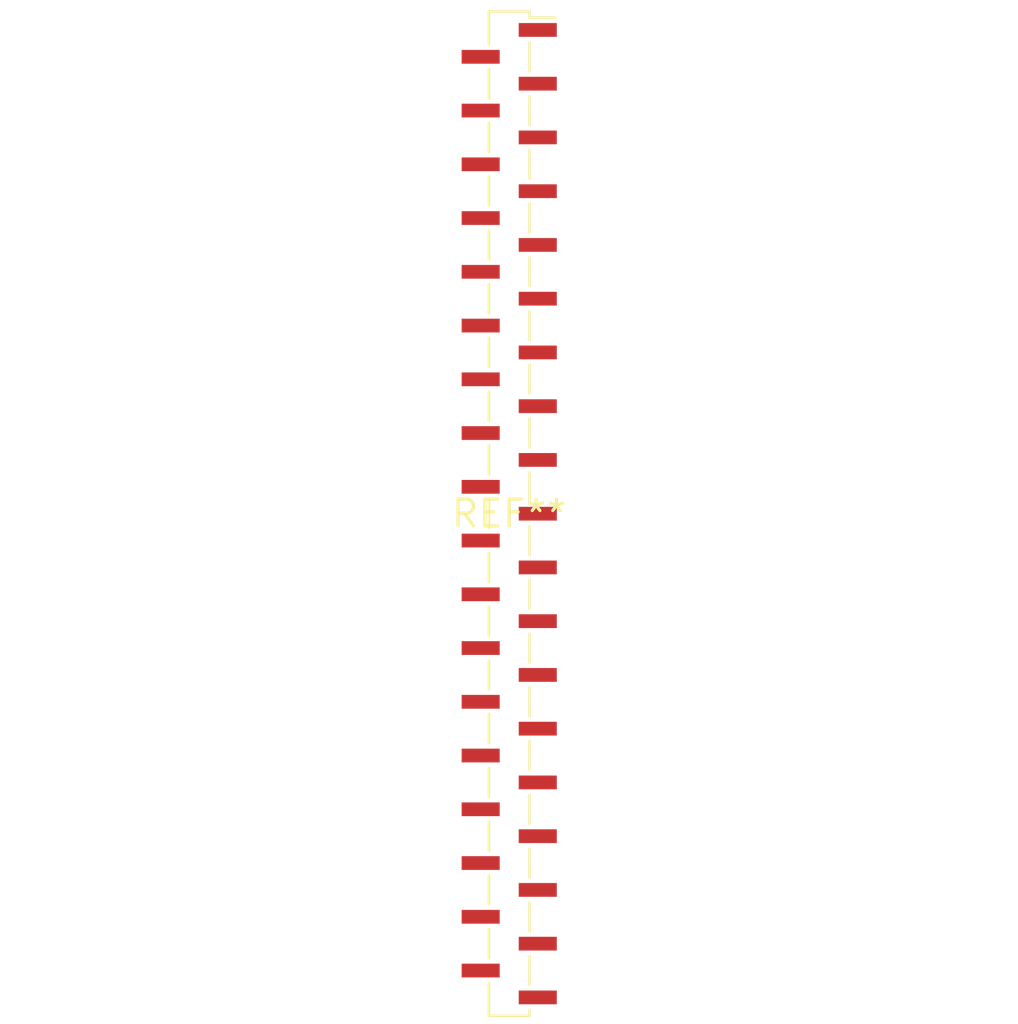
<source format=kicad_pcb>
(kicad_pcb (version 20240108) (generator pcbnew)
  (layers (0 "F.Cu" signal) (31 "B.Cu" signal) (34 "B.Paste" user) (35 "F.Paste" user) (36 "B.SilkS" user "B.Silkscreen") (37 "F.SilkS" user "F.Silkscreen") (38 "B.Mask" user) (39 "F.Mask" user) (44 "Edge.Cuts" user))
  (net 0 "")
  (footprint "PinSocket_1x37_P1.27mm_Vertical_SMD_Pin1Right" (layer "F.Cu") (at 0 0)
    (property "Reference" "REF**")
    (property "Value" "PinSocket_1x37_P1.27mm_Vertical_SMD_Pin1Right")
    (fp_line (start -0.96 -23.73) (end -0.96 -22.175) (layer "F.SilkS") (stroke (width 0.12)))
    (fp_line (start -0.96 -23.73) (end 0.96 -23.73) (layer "F.SilkS") (stroke (width 0.12)))
    (fp_line (start -0.96 -21.005) (end -0.96 -19.635) (layer "F.SilkS") (stroke (width 0.12)))
    (fp_line (start -0.96 -18.465) (end -0.96 -17.095) (layer "F.SilkS") (stroke (width 0.12)))
    (fp_line (start -0.96 -15.925) (end -0.96 -14.555) (layer "F.SilkS") (stroke (width 0.12)))
    (fp_line (start -0.96 -13.385) (end -0.96 -12.015) (layer "F.SilkS") (stroke (width 0.12)))
    (fp_line (start -0.96 -10.845) (end -0.96 -9.475) (layer "F.SilkS") (stroke (width 0.12)))
    (fp_line (start -0.96 -8.305) (end -0.96 -6.935) (layer "F.SilkS") (stroke (width 0.12)))
    (fp_line (start -0.96 -5.765) (end -0.96 -4.395) (layer "F.SilkS") (stroke (width 0.12)))
    (fp_line (start -0.96 -3.225) (end -0.96 -1.855) (layer "F.SilkS") (stroke (width 0.12)))
    (fp_line (start -0.96 -0.685) (end -0.96 0.685) (layer "F.SilkS") (stroke (width 0.12)))
    (fp_line (start -0.96 1.855) (end -0.96 3.225) (layer "F.SilkS") (stroke (width 0.12)))
    (fp_line (start -0.96 4.395) (end -0.96 5.765) (layer "F.SilkS") (stroke (width 0.12)))
    (fp_line (start -0.96 6.935) (end -0.96 8.305) (layer "F.SilkS") (stroke (width 0.12)))
    (fp_line (start -0.96 9.475) (end -0.96 10.845) (layer "F.SilkS") (stroke (width 0.12)))
    (fp_line (start -0.96 12.015) (end -0.96 13.385) (layer "F.SilkS") (stroke (width 0.12)))
    (fp_line (start -0.96 14.555) (end -0.96 15.925) (layer "F.SilkS") (stroke (width 0.12)))
    (fp_line (start -0.96 17.095) (end -0.96 18.465) (layer "F.SilkS") (stroke (width 0.12)))
    (fp_line (start -0.96 19.635) (end -0.96 21.005) (layer "F.SilkS") (stroke (width 0.12)))
    (fp_line (start -0.96 22.175) (end -0.96 23.73) (layer "F.SilkS") (stroke (width 0.12)))
    (fp_line (start -0.96 23.73) (end 0.96 23.73) (layer "F.SilkS") (stroke (width 0.12)))
    (fp_line (start 0.96 -23.73) (end 0.96 -23.445) (layer "F.SilkS") (stroke (width 0.12)))
    (fp_line (start 0.96 -23.445) (end 2.19 -23.445) (layer "F.SilkS") (stroke (width 0.12)))
    (fp_line (start 0.96 -22.275) (end 0.96 -20.905) (layer "F.SilkS") (stroke (width 0.12)))
    (fp_line (start 0.96 -19.735) (end 0.96 -18.365) (layer "F.SilkS") (stroke (width 0.12)))
    (fp_line (start 0.96 -17.195) (end 0.96 -15.825) (layer "F.SilkS") (stroke (width 0.12)))
    (fp_line (start 0.96 -14.655) (end 0.96 -13.285) (layer "F.SilkS") (stroke (width 0.12)))
    (fp_line (start 0.96 -12.115) (end 0.96 -10.745) (layer "F.SilkS") (stroke (width 0.12)))
    (fp_line (start 0.96 -9.575) (end 0.96 -8.205) (layer "F.SilkS") (stroke (width 0.12)))
    (fp_line (start 0.96 -7.035) (end 0.96 -5.665) (layer "F.SilkS") (stroke (width 0.12)))
    (fp_line (start 0.96 -4.495) (end 0.96 -3.125) (layer "F.SilkS") (stroke (width 0.12)))
    (fp_line (start 0.96 -1.955) (end 0.96 -0.585) (layer "F.SilkS") (stroke (width 0.12)))
    (fp_line (start 0.96 0.585) (end 0.96 1.955) (layer "F.SilkS") (stroke (width 0.12)))
    (fp_line (start 0.96 3.125) (end 0.96 4.495) (layer "F.SilkS") (stroke (width 0.12)))
    (fp_line (start 0.96 5.665) (end 0.96 7.035) (layer "F.SilkS") (stroke (width 0.12)))
    (fp_line (start 0.96 8.205) (end 0.96 9.575) (layer "F.SilkS") (stroke (width 0.12)))
    (fp_line (start 0.96 10.745) (end 0.96 12.115) (layer "F.SilkS") (stroke (width 0.12)))
    (fp_line (start 0.96 13.285) (end 0.96 14.655) (layer "F.SilkS") (stroke (width 0.12)))
    (fp_line (start 0.96 15.825) (end 0.96 17.195) (layer "F.SilkS") (stroke (width 0.12)))
    (fp_line (start 0.96 18.365) (end 0.96 19.735) (layer "F.SilkS") (stroke (width 0.12)))
    (fp_line (start 0.96 20.905) (end 0.96 22.275) (layer "F.SilkS") (stroke (width 0.12)))
    (fp_line (start 0.96 23.445) (end 0.96 23.73) (layer "F.SilkS") (stroke (width 0.12)))
    (pad "1" smd rect (at 1.35 -22.86) (size 1.8 0.65) (layers "F.Cu" "F.Paste" "F.Mask"))
    (pad "2" smd rect (at -1.35 -21.59) (size 1.8 0.65) (layers "F.Cu" "F.Paste" "F.Mask"))
    (pad "3" smd rect (at 1.35 -20.32) (size 1.8 0.65) (layers "F.Cu" "F.Paste" "F.Mask"))
    (pad "4" smd rect (at -1.35 -19.05) (size 1.8 0.65) (layers "F.Cu" "F.Paste" "F.Mask"))
    (pad "5" smd rect (at 1.35 -17.78) (size 1.8 0.65) (layers "F.Cu" "F.Paste" "F.Mask"))
    (pad "6" smd rect (at -1.35 -16.51) (size 1.8 0.65) (layers "F.Cu" "F.Paste" "F.Mask"))
    (pad "7" smd rect (at 1.35 -15.24) (size 1.8 0.65) (layers "F.Cu" "F.Paste" "F.Mask"))
    (pad "8" smd rect (at -1.35 -13.97) (size 1.8 0.65) (layers "F.Cu" "F.Paste" "F.Mask"))
    (pad "9" smd rect (at 1.35 -12.7) (size 1.8 0.65) (layers "F.Cu" "F.Paste" "F.Mask"))
    (pad "10" smd rect (at -1.35 -11.43) (size 1.8 0.65) (layers "F.Cu" "F.Paste" "F.Mask"))
    (pad "11" smd rect (at 1.35 -10.16) (size 1.8 0.65) (layers "F.Cu" "F.Paste" "F.Mask"))
    (pad "12" smd rect (at -1.35 -8.89) (size 1.8 0.65) (layers "F.Cu" "F.Paste" "F.Mask"))
    (pad "13" smd rect (at 1.35 -7.62) (size 1.8 0.65) (layers "F.Cu" "F.Paste" "F.Mask"))
    (pad "14" smd rect (at -1.35 -6.35) (size 1.8 0.65) (layers "F.Cu" "F.Paste" "F.Mask"))
    (pad "15" smd rect (at 1.35 -5.08) (size 1.8 0.65) (layers "F.Cu" "F.Paste" "F.Mask"))
    (pad "16" smd rect (at -1.35 -3.81) (size 1.8 0.65) (layers "F.Cu" "F.Paste" "F.Mask"))
    (pad "17" smd rect (at 1.35 -2.54) (size 1.8 0.65) (layers "F.Cu" "F.Paste" "F.Mask"))
    (pad "18" smd rect (at -1.35 -1.27) (size 1.8 0.65) (layers "F.Cu" "F.Paste" "F.Mask"))
    (pad "19" smd rect (at 1.35 0) (size 1.8 0.65) (layers "F.Cu" "F.Paste" "F.Mask"))
    (pad "20" smd rect (at -1.35 1.27) (size 1.8 0.65) (layers "F.Cu" "F.Paste" "F.Mask"))
    (pad "21" smd rect (at 1.35 2.54) (size 1.8 0.65) (layers "F.Cu" "F.Paste" "F.Mask"))
    (pad "22" smd rect (at -1.35 3.81) (size 1.8 0.65) (layers "F.Cu" "F.Paste" "F.Mask"))
    (pad "23" smd rect (at 1.35 5.08) (size 1.8 0.65) (layers "F.Cu" "F.Paste" "F.Mask"))
    (pad "24" smd rect (at -1.35 6.35) (size 1.8 0.65) (layers "F.Cu" "F.Paste" "F.Mask"))
    (pad "25" smd rect (at 1.35 7.62) (size 1.8 0.65) (layers "F.Cu" "F.Paste" "F.Mask"))
    (pad "26" smd rect (at -1.35 8.89) (size 1.8 0.65) (layers "F.Cu" "F.Paste" "F.Mask"))
    (pad "27" smd rect (at 1.35 10.16) (size 1.8 0.65) (layers "F.Cu" "F.Paste" "F.Mask"))
    (pad "28" smd rect (at -1.35 11.43) (size 1.8 0.65) (layers "F.Cu" "F.Paste" "F.Mask"))
    (pad "29" smd rect (at 1.35 12.7) (size 1.8 0.65) (layers "F.Cu" "F.Paste" "F.Mask"))
    (pad "30" smd rect (at -1.35 13.97) (size 1.8 0.65) (layers "F.Cu" "F.Paste" "F.Mask"))
    (pad "31" smd rect (at 1.35 15.24) (size 1.8 0.65) (layers "F.Cu" "F.Paste" "F.Mask"))
    (pad "32" smd rect (at -1.35 16.51) (size 1.8 0.65) (layers "F.Cu" "F.Paste" "F.Mask"))
    (pad "33" smd rect (at 1.35 17.78) (size 1.8 0.65) (layers "F.Cu" "F.Paste" "F.Mask"))
    (pad "34" smd rect (at -1.35 19.05) (size 1.8 0.65) (layers "F.Cu" "F.Paste" "F.Mask"))
    (pad "35" smd rect (at 1.35 20.32) (size 1.8 0.65) (layers "F.Cu" "F.Paste" "F.Mask"))
    (pad "36" smd rect (at -1.35 21.59) (size 1.8 0.65) (layers "F.Cu" "F.Paste" "F.Mask"))
    (pad "37" smd rect (at 1.35 22.86) (size 1.8 0.65) (layers "F.Cu" "F.Paste" "F.Mask"))
  )
)
</source>
